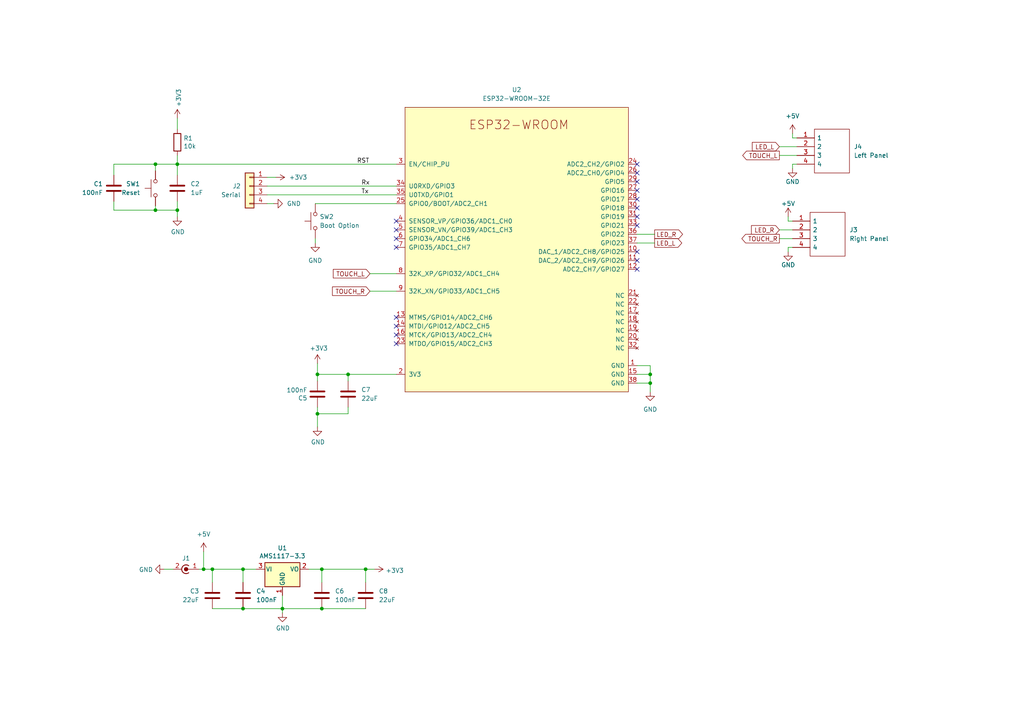
<source format=kicad_sch>
(kicad_sch (version 20211123) (generator eeschema)
  (paper "A4")
  (lib_symbols
    (symbol "Connector:Conn_Coaxial_Power" (pin_names (offset 1.016) hide)
      (property "Reference" "J" (at -5.08 -1.27 90))
      (property "Value" "Conn_Coaxial_Power" (at -3.175 -1.27 90))
      (symbol "Conn_Coaxial_Power_0_1"
        (arc (start -1.27 -1.27) (mid 0 -2.54) (end 1.27 -1.27) (stroke (width 0.254)))
        (arc (start -1.016 -0.508) (mid -1.2048 -0.8684) (end -1.27 -1.27) (stroke (width 0.254)))
        (circle (center 0 -1.27) (radius 0.508) (stroke (width 0.2032)) (fill (type outline)))
        (polyline (pts (xy 0 -2.54) (xy 0 -3.048)))
        (polyline (pts (xy 0 0) (xy 0 -1.27)))
        (arc (start 1.27 -1.27) (mid 1.2048 -0.8684) (end 1.016 -0.508) (stroke (width 0.254)))
      )
      (symbol "Conn_Coaxial_Power_1_1"
        (pin passive line (at 0 2.54 270) (length 2.54) (name "In") (number "1"))
        (pin passive line (at 0 -5.08 90) (length 2.54) (name "Ext") (number "2"))
      )
    )
    (symbol "Connector_Generic:Conn_01x04" (pin_names (offset 1.016) hide)
      (property "Reference" "J" (at 0 5.08 0))
      (property "Value" "Conn_01x04" (at 0 -7.62 0))
      (symbol "Conn_01x04_1_1"
        (rectangle (start -1.27 -4.953) (end 0 -5.207) (stroke (width 0.1524)))
        (rectangle (start -1.27 -2.413) (end 0 -2.667) (stroke (width 0.1524)))
        (rectangle (start -1.27 0.127) (end 0 -0.127) (stroke (width 0.1524)))
        (rectangle (start -1.27 2.667) (end 0 2.413) (stroke (width 0.1524)))
        (rectangle (start -1.27 3.81) (end 1.27 -6.35) (stroke (width 0.254)) (fill (type background)))
        (pin passive line (at -5.08 2.54 0) (length 3.81) (name "Pin_1") (number "1"))
        (pin passive line (at -5.08 0 0) (length 3.81) (name "Pin_2") (number "2"))
        (pin passive line (at -5.08 -2.54 0) (length 3.81) (name "Pin_3") (number "3"))
        (pin passive line (at -5.08 -5.08 0) (length 3.81) (name "Pin_4") (number "4"))
      )
    )
    (symbol "Device:C" (pin_numbers hide) (pin_names (offset 0.254))
      (property "Reference" "C" (at 0.635 2.54 0))
      (property "Value" "C" (at 0.635 -2.54 0))
      (symbol "C_0_1"
        (polyline (pts (xy -2.032 -0.762) (xy 2.032 -0.762)) (stroke (width 0.508)))
        (polyline (pts (xy -2.032 0.762) (xy 2.032 0.762)) (stroke (width 0.508)))
      )
      (symbol "C_1_1"
        (pin passive line (at 0 3.81 270) (length 2.794) (name "~") (number "1"))
        (pin passive line (at 0 -3.81 90) (length 2.794) (name "~") (number "2"))
      )
    )
    (symbol "Device:R" (pin_numbers hide) (pin_names (offset 0))
      (property "Reference" "R" (at 2.032 0 90))
      (property "Value" "R" (at 0 0 90))
      (symbol "R_0_1"
        (rectangle (start -1.016 -2.54) (end 1.016 2.54) (stroke (width 0.254)))
      )
      (symbol "R_1_1"
        (pin passive line (at 0 3.81 270) (length 1.27) (name "~") (number "1"))
        (pin passive line (at 0 -3.81 90) (length 1.27) (name "~") (number "2"))
      )
    )
    (symbol "Espressif:ESP32-WROOM-32E" (pin_names (offset 1.016))
      (property "Reference" "U" (at 0 43.18 0))
      (property "Value" "ESP32-WROOM-32E" (at 0 -41.91 0))
      (symbol "ESP32-WROOM-32E_0_1"
        (rectangle (start 33.02 41.91) (end -31.75 -40.64) (fill (type background)))
      )
      (symbol "ESP32-WROOM-32E_1_1"
        (text "ESP32-­WROOM­" (at 1.27 36.83 0) (effects (font (size 2.54 2.54))))
        (pin power_in line (at 35.56 -33.02 180) (length 2.54) (name "GND") (number "1"))
        (pin bidirectional line (at 35.56 0 180) (length 2.54) (name "DAC_1/ADC2_CH8/GPIO25") (number "10"))
        (pin bidirectional line (at 35.56 -2.54 180) (length 2.54) (name "DAC_2/ADC2_CH9/GPIO26") (number "11"))
        (pin bidirectional line (at 35.56 -5.08 180) (length 2.54) (name "ADC2_CH7/GPIO27") (number "12"))
        (pin bidirectional line (at -34.29 -19.05 0) (length 2.54) (name "MTMS/GPIO14/ADC2_CH6") (number "13"))
        (pin bidirectional line (at -34.29 -21.59 0) (length 2.54) (name "MTDI/GPIO12/ADC2_CH5") (number "14"))
        (pin power_in line (at 35.56 -35.56 180) (length 2.54) (name "GND") (number "15"))
        (pin bidirectional line (at -34.29 -24.13 0) (length 2.54) (name "MTCK/GPIO13/ADC2_CH4") (number "16"))
        (pin no_connect line (at 35.56 -17.78 180) (length 2.54) (name "NC") (number "17"))
        (pin no_connect line (at 35.56 -20.32 180) (length 2.54) (name "NC") (number "18"))
        (pin no_connect line (at 35.56 -22.86 180) (length 2.54) (name "NC") (number "19"))
        (pin power_in line (at -34.29 -35.56 0) (length 2.54) (name "3V3") (number "2"))
        (pin no_connect line (at 35.56 -25.4 180) (length 2.54) (name "NC") (number "20"))
        (pin no_connect line (at 35.56 -12.7 180) (length 2.54) (name "NC") (number "21"))
        (pin no_connect line (at 35.56 -15.24 180) (length 2.54) (name "NC") (number "22"))
        (pin bidirectional line (at -34.29 -26.67 0) (length 2.54) (name "MTDO/GPIO15/ADC2_CH3") (number "23"))
        (pin bidirectional line (at 35.56 25.4 180) (length 2.54) (name "ADC2_CH2/GPIO2") (number "24"))
        (pin bidirectional line (at -34.29 13.97 0) (length 2.54) (name "GPIO0/BOOT/ADC2_CH1") (number "25"))
        (pin bidirectional line (at 35.56 22.86 180) (length 2.54) (name "ADC2_CH0/GPIO4") (number "26"))
        (pin bidirectional line (at 35.56 17.78 180) (length 2.54) (name "GPIO16") (number "27"))
        (pin bidirectional line (at 35.56 15.24 180) (length 2.54) (name "GPIO17") (number "28"))
        (pin bidirectional line (at 35.56 20.32 180) (length 2.54) (name "GPIO5") (number "29"))
        (pin input line (at -34.29 25.4 0) (length 2.54) (name "EN/CHIP_PU") (number "3"))
        (pin bidirectional line (at 35.56 12.7 180) (length 2.54) (name "GPIO18") (number "30"))
        (pin bidirectional line (at 35.56 10.16 180) (length 2.54) (name "GPIO19") (number "31"))
        (pin no_connect line (at 35.56 -27.94 180) (length 2.54) (name "NC") (number "32"))
        (pin bidirectional line (at 35.56 7.62 180) (length 2.54) (name "GPIO21") (number "33"))
        (pin bidirectional line (at -34.29 19.05 0) (length 2.54) (name "U0RXD/GPIO3") (number "34"))
        (pin bidirectional line (at -34.29 16.51 0) (length 2.54) (name "U0TXD/GPIO1") (number "35"))
        (pin bidirectional line (at 35.56 5.08 180) (length 2.54) (name "GPIO22") (number "36"))
        (pin bidirectional line (at 35.56 2.54 180) (length 2.54) (name "GPIO23") (number "37"))
        (pin power_in line (at 35.56 -38.1 180) (length 2.54) (name "GND") (number "38"))
        (pin input line (at -34.29 8.89 0) (length 2.54) (name "SENSOR_VP/GPIO36/ADC1_CH0") (number "4"))
        (pin input line (at -34.29 6.35 0) (length 2.54) (name "SENSOR_VN/GPIO39/ADC1_CH3") (number "5"))
        (pin input line (at -34.29 3.81 0) (length 2.54) (name "GPIO34/ADC1_CH6") (number "6"))
        (pin input line (at -34.29 1.27 0) (length 2.54) (name "GPIO35/ADC1_CH7") (number "7"))
        (pin bidirectional line (at -34.29 -6.35 0) (length 2.54) (name "32K_XP/GPIO32/ADC1_CH4") (number "8"))
        (pin bidirectional line (at -34.29 -11.43 0) (length 2.54) (name "32K_XN/GPIO33/ADC1_CH5") (number "9"))
      )
    )
    (symbol "Regulator_Linear:AMS1117-3.3" (pin_names (offset 0.254))
      (property "Reference" "U" (at -3.81 3.175 0))
      (property "Value" "AMS1117-3.3" (at 0 3.175 0))
      (symbol "AMS1117-3.3_0_1"
        (rectangle (start -5.08 -5.08) (end 5.08 1.905) (stroke (width 0.254)) (fill (type background)))
      )
      (symbol "AMS1117-3.3_1_1"
        (pin power_in line (at 0 -7.62 90) (length 2.54) (name "GND") (number "1"))
        (pin power_out line (at 7.62 0 180) (length 2.54) (name "VO") (number "2"))
        (pin power_in line (at -7.62 0 0) (length 2.54) (name "VI") (number "3"))
      )
    )
    (symbol "Switch:SW_Push" (pin_numbers hide) (pin_names (offset 1.016) hide)
      (property "Reference" "SW" (at 1.27 2.54 0))
      (property "Value" "SW_Push" (at 0 -1.524 0))
      (symbol "SW_Push_0_1"
        (circle (center -2.032 0) (radius 0.508))
        (polyline (pts (xy 0 1.27) (xy 0 3.048)))
        (polyline (pts (xy 2.54 1.27) (xy -2.54 1.27)))
        (circle (center 2.032 0) (radius 0.508))
        (pin passive line (at -5.08 0 0) (length 2.54) (name "1") (number "1"))
        (pin passive line (at 5.08 0 180) (length 2.54) (name "2") (number "2"))
      )
    )
    (symbol "TE-Connectivity:1-1954289-2" (pin_names (offset 0.762))
      (property "Reference" "J" (at 16.51 7.62 0))
      (property "Value" "1-1954289-2" (at 16.51 5.08 0))
      (symbol "1-1954289-2_0_0"
        (pin passive line (at 0 0 0) (length 5.08) (name "1") (number "1"))
        (pin passive line (at 0 -2.54 0) (length 5.08) (name "2") (number "2"))
        (pin passive line (at 0 -5.08 0) (length 5.08) (name "3") (number "3"))
        (pin passive line (at 0 -7.62 0) (length 5.08) (name "4") (number "4"))
      )
      (symbol "1-1954289-2_0_1"
        (polyline (pts (xy 5.08 2.54) (xy 15.24 2.54) (xy 15.24 -10.16) (xy 5.08 -10.16) (xy 5.08 2.54)) (stroke (width 0.1524)))
      )
    )
    (symbol "power:+3.3V" (power) (pin_names (offset 0))
      (property "Value" "+3.3V" (at 0 3.556 0))
      (symbol "+3.3V_0_1"
        (polyline (pts (xy -0.762 1.27) (xy 0 2.54)))
        (polyline (pts (xy 0 0) (xy 0 2.54)))
        (polyline (pts (xy 0 2.54) (xy 0.762 1.27)))
      )
      (symbol "+3.3V_1_1"
        (pin power_in line (at 0 0 90) (length 0) hide (name "+3V3") (number "1"))
      )
    )
    (symbol "power:+3V3" (power) (pin_names (offset 0))
      (property "Value" "+3V3" (at 0 3.556 0))
      (symbol "+3V3_0_1"
        (polyline (pts (xy -0.762 1.27) (xy 0 2.54)))
        (polyline (pts (xy 0 0) (xy 0 2.54)))
        (polyline (pts (xy 0 2.54) (xy 0.762 1.27)))
      )
      (symbol "+3V3_1_1"
        (pin power_in line (at 0 0 90) (length 0) hide (name "+3V3") (number "1"))
      )
    )
    (symbol "power:+5V" (power) (pin_names (offset 0))
      (property "Value" "+5V" (at 0 3.556 0))
      (symbol "+5V_0_1"
        (polyline (pts (xy -0.762 1.27) (xy 0 2.54)))
        (polyline (pts (xy 0 0) (xy 0 2.54)))
        (polyline (pts (xy 0 2.54) (xy 0.762 1.27)))
      )
      (symbol "+5V_1_1"
        (pin power_in line (at 0 0 90) (length 0) hide (name "+5V") (number "1"))
      )
    )
    (symbol "power:GND" (power) (pin_names (offset 0))
      (property "Value" "GND" (at 0 -3.81 0))
      (symbol "GND_0_1"
        (polyline (pts (xy 0 0) (xy 0 -1.27) (xy 1.27 -1.27) (xy 0 -2.54) (xy -1.27 -1.27) (xy 0 -1.27)))
      )
      (symbol "GND_1_1"
        (pin power_in line (at 0 0 270) (length 0) hide (name "GND") (number "1"))
      )
    )
  )
  (junction (at 70.485 176.53))
  (junction (at 106.045 165.1))
  (junction (at 45.085 60.96))
  (junction (at 61.595 165.1))
  (junction (at 59.055 165.1))
  (junction (at 93.345 165.1))
  (junction (at 51.435 47.625))
  (junction (at 100.965 108.585))
  (junction (at 92.075 120.015))
  (junction (at 188.595 111.125))
  (junction (at 92.075 108.585))
  (junction (at 70.485 165.1))
  (junction (at 93.345 176.53))
  (junction (at 81.915 176.53))
  (junction (at 45.085 47.625))
  (junction (at 51.435 60.96))
  (junction (at 188.595 108.585))
  (no_connect (at 114.935 66.675))
  (no_connect (at 184.785 57.785))
  (no_connect (at 114.935 94.615))
  (no_connect (at 184.785 75.565))
  (no_connect (at 184.785 55.245))
  (no_connect (at 184.785 52.705))
  (no_connect (at 114.935 92.075))
  (no_connect (at 114.935 71.755))
  (no_connect (at 184.785 73.025))
  (no_connect (at 184.785 60.325))
  (no_connect (at 114.935 64.135))
  (no_connect (at 184.785 78.105))
  (no_connect (at 114.935 69.215))
  (no_connect (at 114.935 97.155))
  (no_connect (at 114.935 99.695))
  (no_connect (at 184.785 65.405))
  (no_connect (at 184.785 62.865))
  (no_connect (at 184.785 47.625))
  (no_connect (at 184.785 50.165))
  (wire (pts (xy 89.535 165.1) (xy 93.345 165.1)))
  (wire (pts (xy 106.045 165.1) (xy 108.585 165.1)))
  (wire (pts (xy 93.345 165.1) (xy 93.345 168.91)))
  (wire (pts (xy 188.595 106.045) (xy 188.595 108.585)))
  (wire (pts (xy 77.47 51.435) (xy 80.01 51.435)))
  (wire (pts (xy 77.47 59.055) (xy 79.375 59.055)))
  (wire (pts (xy 184.785 67.945) (xy 189.865 67.945)))
  (wire (pts (xy 81.915 176.53) (xy 81.915 172.72)))
  (wire (pts (xy 77.47 56.515) (xy 114.935 56.515)))
  (wire (pts (xy 59.055 165.1) (xy 61.595 165.1)))
  (wire (pts (xy 61.595 176.53) (xy 70.485 176.53)))
  (wire (pts (xy 188.595 111.125) (xy 188.595 113.665)))
  (wire (pts (xy 33.02 50.8) (xy 33.02 47.625)))
  (wire (pts (xy 51.435 45.085) (xy 51.435 47.625)))
  (wire (pts (xy 229.87 64.135) (xy 228.6 64.135)))
  (wire (pts (xy 100.965 118.11) (xy 100.965 120.015)))
  (wire (pts (xy 107.315 79.375) (xy 114.935 79.375)))
  (wire (pts (xy 70.485 176.53) (xy 81.915 176.53)))
  (wire (pts (xy 228.6 73.025) (xy 228.6 71.755)))
  (wire (pts (xy 51.435 47.625) (xy 51.435 50.8)))
  (wire (pts (xy 51.435 34.29) (xy 51.435 37.465)))
  (wire (pts (xy 81.915 177.8) (xy 81.915 176.53)))
  (wire (pts (xy 47.625 165.1) (xy 50.165 165.1)))
  (wire (pts (xy 228.6 62.865) (xy 228.6 64.135)))
  (wire (pts (xy 70.485 165.1) (xy 70.485 168.91)))
  (wire (pts (xy 229.87 38.735) (xy 229.87 40.005)))
  (wire (pts (xy 93.345 176.53) (xy 106.045 176.53)))
  (wire (pts (xy 226.06 69.215) (xy 229.87 69.215)))
  (wire (pts (xy 188.595 108.585) (xy 184.785 108.585)))
  (wire (pts (xy 91.44 59.055) (xy 114.935 59.055)))
  (wire (pts (xy 106.045 165.1) (xy 106.045 168.91)))
  (wire (pts (xy 184.785 111.125) (xy 188.595 111.125)))
  (wire (pts (xy 92.075 108.585) (xy 100.965 108.585)))
  (wire (pts (xy 226.06 66.675) (xy 229.87 66.675)))
  (wire (pts (xy 77.47 53.975) (xy 114.935 53.975)))
  (wire (pts (xy 92.075 120.015) (xy 100.965 120.015)))
  (wire (pts (xy 91.44 69.215) (xy 91.44 70.485)))
  (wire (pts (xy 51.435 58.42) (xy 51.435 60.96)))
  (wire (pts (xy 188.595 108.585) (xy 188.595 111.125)))
  (wire (pts (xy 226.06 42.545) (xy 231.14 42.545)))
  (wire (pts (xy 61.595 165.1) (xy 61.595 168.91)))
  (wire (pts (xy 107.315 84.455) (xy 114.935 84.455)))
  (wire (pts (xy 45.085 60.96) (xy 51.435 60.96)))
  (wire (pts (xy 231.14 40.005) (xy 229.87 40.005)))
  (wire (pts (xy 33.02 60.96) (xy 45.085 60.96)))
  (wire (pts (xy 45.085 60.96) (xy 45.085 59.69)))
  (wire (pts (xy 92.075 120.015) (xy 92.075 123.825)))
  (wire (pts (xy 59.055 160.02) (xy 59.055 165.1)))
  (wire (pts (xy 188.595 106.045) (xy 184.785 106.045)))
  (wire (pts (xy 51.435 47.625) (xy 114.935 47.625)))
  (wire (pts (xy 92.075 108.585) (xy 92.075 110.49)))
  (wire (pts (xy 93.345 165.1) (xy 106.045 165.1)))
  (wire (pts (xy 184.785 70.485) (xy 189.865 70.485)))
  (wire (pts (xy 57.785 165.1) (xy 59.055 165.1)))
  (wire (pts (xy 92.075 108.585) (xy 92.075 105.41)))
  (wire (pts (xy 92.075 120.015) (xy 92.075 118.11)))
  (wire (pts (xy 33.02 47.625) (xy 45.085 47.625)))
  (wire (pts (xy 33.02 58.42) (xy 33.02 60.96)))
  (wire (pts (xy 229.87 48.895) (xy 229.87 47.625)))
  (wire (pts (xy 51.435 47.625) (xy 45.085 47.625)))
  (wire (pts (xy 45.085 49.53) (xy 45.085 47.625)))
  (wire (pts (xy 229.87 47.625) (xy 231.14 47.625)))
  (wire (pts (xy 81.915 176.53) (xy 93.345 176.53)))
  (wire (pts (xy 100.965 108.585) (xy 100.965 110.49)))
  (wire (pts (xy 100.965 108.585) (xy 114.935 108.585)))
  (wire (pts (xy 70.485 165.1) (xy 74.295 165.1)))
  (wire (pts (xy 226.06 45.085) (xy 231.14 45.085)))
  (wire (pts (xy 51.435 60.96) (xy 51.435 62.865)))
  (wire (pts (xy 61.595 165.1) (xy 70.485 165.1)))
  (wire (pts (xy 228.6 71.755) (xy 229.87 71.755)))
  (label "RST" (at 103.505 47.625 0))
  (label "Rx" (at 104.775 53.975 0))
  (label "Tx" (at 104.775 56.515 0))
  (global_label "TOUCH_R" (shape input) (at 107.315 84.455 180) (property "Odnośniki między arkuszami" "${INTERSHEET_REFS}" (effects hide)))
  (global_label "TOUCH_R" (shape output) (at 226.06 69.215 180) (property "Odnośniki między arkuszami" "${INTERSHEET_REFS}" (effects hide)))
  (global_label "TOUCH_L" (shape output) (at 226.06 45.085 180) (property "Odnośniki między arkuszami" "${INTERSHEET_REFS}" (effects hide)))
  (global_label "LED_L" (shape output) (at 189.865 70.485 0) (property "Odnośniki między arkuszami" "${INTERSHEET_REFS}" (effects hide)))
  (global_label "TOUCH_L" (shape input) (at 107.315 79.375 180) (property "Odnośniki między arkuszami" "${INTERSHEET_REFS}" (effects hide)))
  (global_label "LED_R" (shape input) (at 226.06 66.675 180) (property "Odnośniki między arkuszami" "${INTERSHEET_REFS}" (effects hide)))
  (global_label "LED_L" (shape input) (at 226.06 42.545 180) (property "Odnośniki między arkuszami" "${INTERSHEET_REFS}" (effects hide)))
  (global_label "LED_R" (shape output) (at 189.865 67.945 0) (property "Odnośniki między arkuszami" "${INTERSHEET_REFS}" (effects hide)))
  (symbol (lib_id "power:GND") (at 47.625 165.1 270) (unit 1)
    (property "Reference" "#PWR01" (effects hide))
    (property "Value" "GND" (at 44.3738 165.227 90) (effects (justify right)))
  )
  (symbol (lib_id "Connector:Conn_Coaxial_Power") (at 55.245 165.1 270) (unit 1)
    (property "Reference" "J1" (at 53.975 161.925 90))
    (property "Value" "Conn_Coaxial_Power" (effects hide))
    (property "Footprint" "Connector_BarrelJack:BarrelJack_Horizontal" (effects hide))
  )
  (symbol (lib_id "Regulator_Linear:AMS1117-3.3") (at 81.915 165.1 0) (unit 1)
    (property "Reference" "U1" (at 81.915 158.9532 0))
    (property "Value" "AMS1117-3.3" (at 81.915 161.2646 0))
    (property "Footprint" "Package_TO_SOT_SMD:SOT-223-3_TabPin2" (effects hide))
    (property "Datasheet" "http://www.advanced-monolithic.com/pdf/ds1117.pdf" (effects hide))
    (property "LCSC" "C6186" (effects hide))
  )
  (symbol (lib_id "power:GND") (at 81.915 177.8 0) (unit 1)
    (property "Reference" "#PWR07" (effects hide))
    (property "Value" "GND" (at 82.042 182.1942 0))
  )
  (symbol (lib_id "power:+3V3") (at 108.585 165.1 270) (unit 1)
    (property "Reference" "#PWR011" (effects hide))
    (property "Value" "+3V3" (at 111.8362 165.481 90) (effects (justify left)))
  )
  (symbol (lib_id "power:GND") (at 92.075 123.825 0) (unit 1)
    (property "Reference" "#PWR010" (effects hide))
    (property "Value" "GND" (at 92.202 128.2192 0))
  )
  (symbol (lib_id "power:+3.3V") (at 92.075 105.41 0) (unit 1)
    (property "Reference" "#PWR09" (effects hide))
    (property "Value" "+3.3V" (at 92.456 101.0158 0))
  )
  (symbol (lib_id "Device:R") (at 51.435 41.275 0) (unit 1)
    (property "Reference" "R1" (at 53.213 40.1066 0) (effects (justify left)))
    (property "Value" "10k" (at 53.213 42.418 0) (effects (justify left)))
    (property "Footprint" "Resistor_SMD:R_0805_2012Metric_Pad1.20x1.40mm_HandSolder" (effects hide))
    (property "LCSC" "C17414" (effects hide))
  )
  (symbol (lib_id "Device:C") (at 100.965 114.3 180) (unit 1)
    (property "Reference" "C7" (at 104.775 113.0299 0) (effects (justify right)))
    (property "Value" "22uF" (at 104.775 115.5699 0) (effects (justify right)))
    (property "Footprint" "Capacitor_SMD:C_0805_2012Metric_Pad1.18x1.45mm_HandSolder" (effects hide))
    (property "LCSC" "C45783" (effects hide))
  )
  (symbol (lib_id "Device:C") (at 92.075 114.3 180) (unit 1)
    (property "Reference" "C5" (at 89.154 115.4684 0) (effects (justify left)))
    (property "Value" "100nF" (at 89.154 113.157 0) (effects (justify left)))
    (property "Footprint" "Capacitor_SMD:C_0805_2012Metric_Pad1.18x1.45mm_HandSolder" (effects hide))
    (property "LCSC" "C28233" (effects hide))
  )
  (symbol (lib_id "Switch:SW_Push") (at 45.085 54.61 90) (unit 1)
    (property "Reference" "SW1" (at 40.64 53.3399 90) (effects (justify left)))
    (property "Value" "Reset" (at 40.64 55.8799 90) (effects (justify left)))
    (property "Footprint" "Button_Switch_SMD:SW_SPST_B3U-1000P" (effects hide))
    (property "LCSC" "C231329" (effects hide))
  )
  (symbol (lib_id "Device:C") (at 33.02 54.61 0) (mirror x) (unit 1)
    (property "Reference" "C1" (at 29.845 53.3399 0) (effects (justify right)))
    (property "Value" "100nF" (at 29.845 55.8799 0) (effects (justify right)))
    (property "Footprint" "Capacitor_SMD:C_0805_2012Metric_Pad1.18x1.45mm_HandSolder" (effects hide))
    (property "LCSC" "C28233" (effects hide))
  )
  (symbol (lib_id "Espressif:ESP32-WROOM-32E") (at 149.225 73.025 0) (unit 1)
    (property "Reference" "U2" (at 149.86 26.035 0))
    (property "Value" "ESP32-WROOM-32E" (at 149.86 28.575 0))
    (property "Footprint" "Espressif:ESP32-WROOM-32E" (effects hide))
    (property "Datasheet" "https://www.espressif.com/sites/default/files/documentation/esp32-wroom-32e_esp32-wroom-32ue_datasheet_en.pdf" (effects hide))
    (property "LCSC" "C701343" (effects hide))
  )
  (symbol (lib_id "Switch:SW_Push") (at 91.44 64.135 90) (unit 1)
    (property "Reference" "SW2" (at 92.71 62.8649 90) (effects (justify right)))
    (property "Value" "Boot Option" (at 92.71 65.4049 90) (effects (justify right)))
    (property "Footprint" "Button_Switch_SMD:SW_SPST_B3U-1000P" (effects hide))
    (property "LCSC" "C231329" (effects hide))
  )
  (symbol (lib_id "Device:C") (at 61.595 172.72 0) (unit 1)
    (property "Reference" "C3" (at 57.785 171.4499 0) (effects (justify right)))
    (property "Value" "22uF" (at 57.785 173.9899 0) (effects (justify right)))
    (property "Footprint" "Capacitor_SMD:C_1210_3225Metric_Pad1.33x2.70mm_HandSolder" (effects hide))
    (property "LCSC" "C52306" (effects hide))
  )
  (symbol (lib_id "Device:C") (at 93.345 172.72 0) (unit 1)
    (property "Reference" "C6" (at 97.155 171.4499 0) (effects (justify left)))
    (property "Value" "100nF" (at 97.155 173.9899 0) (effects (justify left)))
    (property "Footprint" "Capacitor_SMD:C_0805_2012Metric_Pad1.18x1.45mm_HandSolder" (effects hide))
    (property "LCSC" "C49678" (effects hide))
  )
  (symbol (lib_id "TE-Connectivity:1-1954289-2") (at 231.14 40.005 0) (unit 1)
    (property "Reference" "J4" (at 247.65 42.5449 0) (effects (justify left)))
    (property "Value" "Left Panel" (at 247.65 45.0849 0) (effects (justify left)))
    (property "Footprint" "TE-Connectivity:119542892" (effects hide))
    (property "Datasheet" "https://www.arrow.com/en/products/1-1954289-2/te-connectivity" (effects hide))
    (property "Description" "Connector ass,blade+recpt,SMT,4Wy,Black" (effects hide))
    (property "Height" "4.13" (effects hide))
    (property "Manufacturer_Name" "TE Connectivity" (effects hide))
    (property "Manufacturer_Part_Number" "1-1954289-2" (effects hide))
    (property "Mouser Part Number" "571-1-1954289-2" (effects hide))
    (property "Mouser Price/Stock" "https://www.mouser.co.uk/ProductDetail/TE-Connectivity/1-1954289-2?qs=x1SoKP%252B681eUV0kIvaE4TA%3D%3D" (effects hide))
    (property "Arrow Part Number" "1-1954289-2" (effects hide))
    (property "Arrow Price/Stock" "https://www.arrow.com/en/products/1-1954289-2/te-connectivity" (effects hide))
  )
  (symbol (lib_id "power:GND") (at 188.595 113.665 0) (unit 1)
    (property "Reference" "#PWR012" (effects hide))
    (property "Value" "GND" (at 188.595 118.745 0))
  )
  (symbol (lib_id "Device:C") (at 51.435 54.61 180) (unit 1)
    (property "Reference" "C2" (at 55.245 53.3399 0) (effects (justify right)))
    (property "Value" "1uF" (at 55.245 55.8799 0) (effects (justify right)))
    (property "Footprint" "Capacitor_SMD:C_0805_2012Metric_Pad1.18x1.45mm_HandSolder" (effects hide))
    (property "LCSC" "C28323" (effects hide))
  )
  (symbol (lib_id "TE-Connectivity:1-1954289-2") (at 229.87 64.135 0) (unit 1)
    (property "Reference" "J3" (at 246.38 66.6749 0) (effects (justify left)))
    (property "Value" "Right Panel" (at 246.38 69.2149 0) (effects (justify left)))
    (property "Footprint" "TE-Connectivity:119542892" (effects hide))
    (property "Datasheet" "https://www.arrow.com/en/products/1-1954289-2/te-connectivity" (effects hide))
    (property "Description" "Connector ass,blade+recpt,SMT,4Wy,Black" (effects hide))
    (property "Height" "4.13" (effects hide))
    (property "Manufacturer_Name" "TE Connectivity" (effects hide))
    (property "Manufacturer_Part_Number" "1-1954289-2" (effects hide))
    (property "Mouser Part Number" "571-1-1954289-2" (effects hide))
    (property "Mouser Price/Stock" "https://www.mouser.co.uk/ProductDetail/TE-Connectivity/1-1954289-2?qs=x1SoKP%252B681eUV0kIvaE4TA%3D%3D" (effects hide))
    (property "Arrow Part Number" "1-1954289-2" (effects hide))
    (property "Arrow Price/Stock" "https://www.arrow.com/en/products/1-1954289-2/te-connectivity" (effects hide))
  )
  (symbol (lib_id "power:GND") (at 228.6 73.025 0) (unit 1)
    (property "Reference" "#PWR014" (effects hide))
    (property "Value" "GND" (at 228.6 76.835 0))
  )
  (symbol (lib_id "Device:C") (at 106.045 172.72 0) (unit 1)
    (property "Reference" "C8" (at 109.855 171.4499 0) (effects (justify left)))
    (property "Value" "22uF" (at 109.855 173.9899 0) (effects (justify left)))
    (property "Footprint" "Capacitor_SMD:C_0805_2012Metric_Pad1.18x1.45mm_HandSolder" (effects hide))
    (property "LCSC" "C45783" (effects hide))
  )
  (symbol (lib_id "power:GND") (at 51.435 62.865 0) (unit 1)
    (property "Reference" "#PWR03" (effects hide))
    (property "Value" "GND" (at 51.562 67.2592 0))
  )
  (symbol (lib_id "Connector_Generic:Conn_01x04") (at 72.39 53.975 0) (mirror y) (unit 1)
    (property "Reference" "J2" (at 69.85 53.9749 0) (effects (justify left)))
    (property "Value" "Serial" (at 69.85 56.5149 0) (effects (justify left)))
    (property "Footprint" "Connector_PinHeader_2.54mm:PinHeader_1x04_P2.54mm_Vertical" (effects hide))
  )
  (symbol (lib_id "power:GND") (at 79.375 59.055 90) (mirror x) (unit 1)
    (property "Reference" "#PWR05" (effects hide))
    (property "Value" "GND" (at 83.185 59.0549 90) (effects (justify right)))
  )
  (symbol (lib_id "power:+5V") (at 59.055 160.02 0) (unit 1)
    (property "Reference" "#PWR04" (effects hide))
    (property "Value" "+5V" (at 59.055 154.94 0))
  )
  (symbol (lib_id "power:+5V") (at 229.87 38.735 0) (unit 1)
    (property "Reference" "#PWR015" (effects hide))
    (property "Value" "+5V" (at 229.87 33.655 0))
  )
  (symbol (lib_id "power:+3.3V") (at 80.01 51.435 270) (mirror x) (unit 1)
    (property "Reference" "#PWR06" (effects hide))
    (property "Value" "+3.3V" (at 83.82 51.4349 90) (effects (justify left)))
  )
  (symbol (lib_id "power:GND") (at 229.87 48.895 0) (unit 1)
    (property "Reference" "#PWR016" (effects hide))
    (property "Value" "GND" (at 229.87 52.705 0))
  )
  (symbol (lib_id "power:+5V") (at 228.6 62.865 0) (unit 1)
    (property "Reference" "#PWR013" (effects hide))
    (property "Value" "+5V" (at 228.6 59.055 0))
  )
  (symbol (lib_id "Device:C") (at 70.485 172.72 0) (unit 1)
    (property "Reference" "C4" (at 74.295 171.4499 0) (effects (justify left)))
    (property "Value" "100nF" (at 74.295 173.9899 0) (effects (justify left)))
    (property "Footprint" "Capacitor_SMD:C_1210_3225Metric_Pad1.33x2.70mm_HandSolder" (effects hide))
    (property "LCSC" "C141218" (effects hide))
  )
  (symbol (lib_id "power:GND") (at 91.44 70.485 0) (mirror y) (unit 1)
    (property "Reference" "#PWR08" (effects hide))
    (property "Value" "GND" (at 91.44 75.565 0))
  )
  (symbol (lib_id "power:+3V3") (at 51.435 34.29 0) (unit 1)
    (property "Reference" "#PWR02" (effects hide))
    (property "Value" "+3V3" (at 51.816 31.0388 90) (effects (justify left)))
  )
)
</source>
